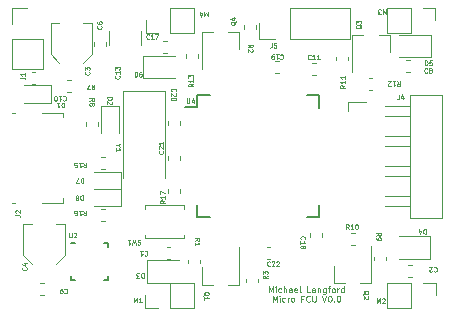
<source format=gbr>
G04 #@! TF.GenerationSoftware,KiCad,Pcbnew,(5.1.5)-3*
G04 #@! TF.CreationDate,2020-04-17T11:23:33-04:00*
G04 #@! TF.ProjectId,STM32_SMD_Quadcopter,53544d33-325f-4534-9d44-5f5175616463,rev?*
G04 #@! TF.SameCoordinates,PX2daf690PY1aab7d8*
G04 #@! TF.FileFunction,Legend,Top*
G04 #@! TF.FilePolarity,Positive*
%FSLAX46Y46*%
G04 Gerber Fmt 4.6, Leading zero omitted, Abs format (unit mm)*
G04 Created by KiCad (PCBNEW (5.1.5)-3) date 2020-04-17 11:23:33*
%MOMM*%
%LPD*%
G04 APERTURE LIST*
%ADD10C,0.031750*%
%ADD11C,0.120000*%
%ADD12C,0.150000*%
%ADD13C,0.050000*%
G04 APERTURE END LIST*
D10*
X21799247Y-24089934D02*
X21799247Y-23581934D01*
X21968580Y-23944791D01*
X22137914Y-23581934D01*
X22137914Y-24089934D01*
X22379819Y-24089934D02*
X22379819Y-23751267D01*
X22379819Y-23581934D02*
X22355628Y-23606125D01*
X22379819Y-23630315D01*
X22404009Y-23606125D01*
X22379819Y-23581934D01*
X22379819Y-23630315D01*
X22839438Y-24065744D02*
X22791057Y-24089934D01*
X22694295Y-24089934D01*
X22645914Y-24065744D01*
X22621723Y-24041553D01*
X22597533Y-23993172D01*
X22597533Y-23848029D01*
X22621723Y-23799648D01*
X22645914Y-23775458D01*
X22694295Y-23751267D01*
X22791057Y-23751267D01*
X22839438Y-23775458D01*
X23057152Y-24089934D02*
X23057152Y-23581934D01*
X23274866Y-24089934D02*
X23274866Y-23823839D01*
X23250676Y-23775458D01*
X23202295Y-23751267D01*
X23129723Y-23751267D01*
X23081342Y-23775458D01*
X23057152Y-23799648D01*
X23734485Y-24089934D02*
X23734485Y-23823839D01*
X23710295Y-23775458D01*
X23661914Y-23751267D01*
X23565152Y-23751267D01*
X23516771Y-23775458D01*
X23734485Y-24065744D02*
X23686104Y-24089934D01*
X23565152Y-24089934D01*
X23516771Y-24065744D01*
X23492580Y-24017363D01*
X23492580Y-23968982D01*
X23516771Y-23920601D01*
X23565152Y-23896410D01*
X23686104Y-23896410D01*
X23734485Y-23872220D01*
X24169914Y-24065744D02*
X24121533Y-24089934D01*
X24024771Y-24089934D01*
X23976390Y-24065744D01*
X23952200Y-24017363D01*
X23952200Y-23823839D01*
X23976390Y-23775458D01*
X24024771Y-23751267D01*
X24121533Y-23751267D01*
X24169914Y-23775458D01*
X24194104Y-23823839D01*
X24194104Y-23872220D01*
X23952200Y-23920601D01*
X24484390Y-24089934D02*
X24436009Y-24065744D01*
X24411819Y-24017363D01*
X24411819Y-23581934D01*
X25306866Y-24089934D02*
X25064961Y-24089934D01*
X25064961Y-23581934D01*
X25693914Y-24089934D02*
X25693914Y-23823839D01*
X25669723Y-23775458D01*
X25621342Y-23751267D01*
X25524580Y-23751267D01*
X25476200Y-23775458D01*
X25693914Y-24065744D02*
X25645533Y-24089934D01*
X25524580Y-24089934D01*
X25476200Y-24065744D01*
X25452009Y-24017363D01*
X25452009Y-23968982D01*
X25476200Y-23920601D01*
X25524580Y-23896410D01*
X25645533Y-23896410D01*
X25693914Y-23872220D01*
X25935819Y-23751267D02*
X25935819Y-24089934D01*
X25935819Y-23799648D02*
X25960009Y-23775458D01*
X26008390Y-23751267D01*
X26080961Y-23751267D01*
X26129342Y-23775458D01*
X26153533Y-23823839D01*
X26153533Y-24089934D01*
X26613152Y-23751267D02*
X26613152Y-24162505D01*
X26588961Y-24210886D01*
X26564771Y-24235077D01*
X26516390Y-24259267D01*
X26443819Y-24259267D01*
X26395438Y-24235077D01*
X26613152Y-24065744D02*
X26564771Y-24089934D01*
X26468009Y-24089934D01*
X26419628Y-24065744D01*
X26395438Y-24041553D01*
X26371247Y-23993172D01*
X26371247Y-23848029D01*
X26395438Y-23799648D01*
X26419628Y-23775458D01*
X26468009Y-23751267D01*
X26564771Y-23751267D01*
X26613152Y-23775458D01*
X26782485Y-23751267D02*
X26976009Y-23751267D01*
X26855057Y-24089934D02*
X26855057Y-23654505D01*
X26879247Y-23606125D01*
X26927628Y-23581934D01*
X26976009Y-23581934D01*
X27217914Y-24089934D02*
X27169533Y-24065744D01*
X27145342Y-24041553D01*
X27121152Y-23993172D01*
X27121152Y-23848029D01*
X27145342Y-23799648D01*
X27169533Y-23775458D01*
X27217914Y-23751267D01*
X27290485Y-23751267D01*
X27338866Y-23775458D01*
X27363057Y-23799648D01*
X27387247Y-23848029D01*
X27387247Y-23993172D01*
X27363057Y-24041553D01*
X27338866Y-24065744D01*
X27290485Y-24089934D01*
X27217914Y-24089934D01*
X27604961Y-24089934D02*
X27604961Y-23751267D01*
X27604961Y-23848029D02*
X27629152Y-23799648D01*
X27653342Y-23775458D01*
X27701723Y-23751267D01*
X27750104Y-23751267D01*
X28137152Y-24089934D02*
X28137152Y-23581934D01*
X28137152Y-24065744D02*
X28088771Y-24089934D01*
X27992009Y-24089934D01*
X27943628Y-24065744D01*
X27919438Y-24041553D01*
X27895247Y-23993172D01*
X27895247Y-23848029D01*
X27919438Y-23799648D01*
X27943628Y-23775458D01*
X27992009Y-23751267D01*
X28088771Y-23751267D01*
X28137152Y-23775458D01*
X22125819Y-24883684D02*
X22125819Y-24375684D01*
X22295152Y-24738541D01*
X22464485Y-24375684D01*
X22464485Y-24883684D01*
X22706390Y-24883684D02*
X22706390Y-24545017D01*
X22706390Y-24375684D02*
X22682200Y-24399875D01*
X22706390Y-24424065D01*
X22730580Y-24399875D01*
X22706390Y-24375684D01*
X22706390Y-24424065D01*
X23166009Y-24859494D02*
X23117628Y-24883684D01*
X23020866Y-24883684D01*
X22972485Y-24859494D01*
X22948295Y-24835303D01*
X22924104Y-24786922D01*
X22924104Y-24641779D01*
X22948295Y-24593398D01*
X22972485Y-24569208D01*
X23020866Y-24545017D01*
X23117628Y-24545017D01*
X23166009Y-24569208D01*
X23383723Y-24883684D02*
X23383723Y-24545017D01*
X23383723Y-24641779D02*
X23407914Y-24593398D01*
X23432104Y-24569208D01*
X23480485Y-24545017D01*
X23528866Y-24545017D01*
X23770771Y-24883684D02*
X23722390Y-24859494D01*
X23698200Y-24835303D01*
X23674009Y-24786922D01*
X23674009Y-24641779D01*
X23698200Y-24593398D01*
X23722390Y-24569208D01*
X23770771Y-24545017D01*
X23843342Y-24545017D01*
X23891723Y-24569208D01*
X23915914Y-24593398D01*
X23940104Y-24641779D01*
X23940104Y-24786922D01*
X23915914Y-24835303D01*
X23891723Y-24859494D01*
X23843342Y-24883684D01*
X23770771Y-24883684D01*
X24714200Y-24617589D02*
X24544866Y-24617589D01*
X24544866Y-24883684D02*
X24544866Y-24375684D01*
X24786771Y-24375684D01*
X25270580Y-24835303D02*
X25246390Y-24859494D01*
X25173819Y-24883684D01*
X25125438Y-24883684D01*
X25052866Y-24859494D01*
X25004485Y-24811113D01*
X24980295Y-24762732D01*
X24956104Y-24665970D01*
X24956104Y-24593398D01*
X24980295Y-24496636D01*
X25004485Y-24448255D01*
X25052866Y-24399875D01*
X25125438Y-24375684D01*
X25173819Y-24375684D01*
X25246390Y-24399875D01*
X25270580Y-24424065D01*
X25488295Y-24375684D02*
X25488295Y-24786922D01*
X25512485Y-24835303D01*
X25536676Y-24859494D01*
X25585057Y-24883684D01*
X25681819Y-24883684D01*
X25730200Y-24859494D01*
X25754390Y-24835303D01*
X25778580Y-24786922D01*
X25778580Y-24375684D01*
X26334961Y-24375684D02*
X26504295Y-24883684D01*
X26673628Y-24375684D01*
X26939723Y-24375684D02*
X26988104Y-24375684D01*
X27036485Y-24399875D01*
X27060676Y-24424065D01*
X27084866Y-24472446D01*
X27109057Y-24569208D01*
X27109057Y-24690160D01*
X27084866Y-24786922D01*
X27060676Y-24835303D01*
X27036485Y-24859494D01*
X26988104Y-24883684D01*
X26939723Y-24883684D01*
X26891342Y-24859494D01*
X26867152Y-24835303D01*
X26842961Y-24786922D01*
X26818771Y-24690160D01*
X26818771Y-24569208D01*
X26842961Y-24472446D01*
X26867152Y-24424065D01*
X26891342Y-24399875D01*
X26939723Y-24375684D01*
X27326771Y-24835303D02*
X27350961Y-24859494D01*
X27326771Y-24883684D01*
X27302580Y-24859494D01*
X27326771Y-24835303D01*
X27326771Y-24883684D01*
X27665438Y-24375684D02*
X27713819Y-24375684D01*
X27762200Y-24399875D01*
X27786390Y-24424065D01*
X27810580Y-24472446D01*
X27834771Y-24569208D01*
X27834771Y-24690160D01*
X27810580Y-24786922D01*
X27786390Y-24835303D01*
X27762200Y-24859494D01*
X27713819Y-24883684D01*
X27665438Y-24883684D01*
X27617057Y-24859494D01*
X27592866Y-24835303D01*
X27568676Y-24786922D01*
X27544485Y-24690160D01*
X27544485Y-24569208D01*
X27568676Y-24472446D01*
X27592866Y-24424065D01*
X27617057Y-24399875D01*
X27665438Y-24375684D01*
D11*
X28490400Y-7943000D02*
X30060400Y-7943000D01*
X28490400Y-8763000D02*
X28490400Y-7943000D01*
X31630400Y-16823000D02*
X33740400Y-16823000D01*
X31630400Y-15943000D02*
X33740400Y-15943000D01*
X31630400Y-14283000D02*
X33740400Y-14283000D01*
X31630400Y-13403000D02*
X33740400Y-13403000D01*
X31630400Y-11743000D02*
X33740400Y-11743000D01*
X31630400Y-10863000D02*
X33740400Y-10863000D01*
X31630400Y-9203000D02*
X33740400Y-9203000D01*
X31630400Y-8323000D02*
X33740400Y-8323000D01*
X33740400Y-17773000D02*
X33740400Y-7373000D01*
X36480400Y-17773000D02*
X33740400Y-17773000D01*
X36480400Y-7373000D02*
X36480400Y-17773000D01*
X33740400Y-7373000D02*
X36480400Y-7373000D01*
X2402621Y-23289800D02*
X2728179Y-23289800D01*
X2402621Y-24309800D02*
X2728179Y-24309800D01*
X13026800Y-14384000D02*
X13026800Y-7059000D01*
X13026800Y-7059000D02*
X9426800Y-7059000D01*
X9426800Y-7059000D02*
X9426800Y-14384000D01*
X16200Y-5216200D02*
X2676200Y-5216200D01*
X16200Y-2616200D02*
X16200Y-5216200D01*
X2676200Y-2616200D02*
X2676200Y-5216200D01*
X16200Y-2616200D02*
X2676200Y-2616200D01*
X16200Y-1346200D02*
X16200Y-16200D01*
X16200Y-16200D02*
X1346200Y-16200D01*
X54300Y-8890000D02*
X314300Y-8890000D01*
X2594300Y-8890000D02*
X4364300Y-8890000D01*
X4364300Y-8890000D02*
X4364300Y-9270000D01*
X4364300Y-16510000D02*
X2594300Y-16510000D01*
X314300Y-16510000D02*
X54300Y-16510000D01*
X4364300Y-16510000D02*
X4364300Y-16130000D01*
X35467000Y-19360000D02*
X32782000Y-19360000D01*
X35467000Y-21280000D02*
X35467000Y-19360000D01*
X32782000Y-21280000D02*
X35467000Y-21280000D01*
X27310000Y-23342000D02*
X28240000Y-23342000D01*
X30470000Y-23342000D02*
X29540000Y-23342000D01*
X30470000Y-23342000D02*
X30470000Y-20182000D01*
X27310000Y-23342000D02*
X27310000Y-21882000D01*
X33766979Y-5463000D02*
X33441421Y-5463000D01*
X33766979Y-4443000D02*
X33441421Y-4443000D01*
X32832800Y-4185800D02*
X35517800Y-4185800D01*
X35517800Y-4185800D02*
X35517800Y-2265800D01*
X35517800Y-2265800D02*
X32832800Y-2265800D01*
D12*
X5020000Y-23087000D02*
X5020000Y-22687000D01*
X5020000Y-23087000D02*
X5420000Y-23087000D01*
X8220000Y-23087000D02*
X8220000Y-22687000D01*
X8220000Y-23087000D02*
X7820000Y-23087000D01*
X8220000Y-19887000D02*
X8220000Y-20287000D01*
X8220000Y-19887000D02*
X7820000Y-19887000D01*
X5020000Y-19887000D02*
X5420000Y-19887000D01*
D11*
X26316400Y-19390579D02*
X26316400Y-19065021D01*
X25296400Y-19390579D02*
X25296400Y-19065021D01*
X21930679Y-21236400D02*
X21605121Y-21236400D01*
X21930679Y-20216400D02*
X21605121Y-20216400D01*
D12*
X15729200Y-7398000D02*
X15729200Y-8398000D01*
X26079200Y-7398000D02*
X26079200Y-8473000D01*
X26079200Y-17748000D02*
X26079200Y-16673000D01*
X15729200Y-17748000D02*
X15729200Y-16673000D01*
X15729200Y-7398000D02*
X16804200Y-7398000D01*
X15729200Y-17748000D02*
X16804200Y-17748000D01*
X26079200Y-17748000D02*
X25004200Y-17748000D01*
X26079200Y-7398000D02*
X25004200Y-7398000D01*
X15729200Y-8398000D02*
X14704200Y-8398000D01*
D11*
X11167400Y-5989200D02*
X13852400Y-5989200D01*
X11167400Y-4069200D02*
X11167400Y-5989200D01*
X13852400Y-4069200D02*
X11167400Y-4069200D01*
X6983000Y-3236279D02*
X6983000Y-2910721D01*
X8003000Y-3236279D02*
X8003000Y-2910721D01*
X1079600Y-8050200D02*
X3364600Y-8050200D01*
X3364600Y-8050200D02*
X3364600Y-6580200D01*
X3364600Y-6580200D02*
X1079600Y-6580200D01*
X7621600Y-8344700D02*
X7621600Y-10629700D01*
X9091600Y-8344700D02*
X7621600Y-8344700D01*
X9091600Y-10629700D02*
X9091600Y-8344700D01*
X14182600Y-21366600D02*
X11497600Y-21366600D01*
X11497600Y-21366600D02*
X11497600Y-23286600D01*
X11497600Y-23286600D02*
X14182600Y-23286600D01*
X9270000Y-13870000D02*
X6985000Y-13870000D01*
X9270000Y-15340000D02*
X9270000Y-13870000D01*
X6985000Y-15340000D02*
X9270000Y-15340000D01*
X6985000Y-16800500D02*
X9270000Y-16800500D01*
X9270000Y-16800500D02*
X9270000Y-15330500D01*
X9270000Y-15330500D02*
X6985000Y-15330500D01*
X15475889Y-25400102D02*
X15475889Y-23280102D01*
X13415889Y-25400102D02*
X15475889Y-25400102D01*
X13415889Y-23280102D02*
X15475889Y-23280102D01*
X13415889Y-25400102D02*
X13415889Y-23280102D01*
X12415889Y-25400102D02*
X11355889Y-25400102D01*
X11355889Y-25400102D02*
X11355889Y-24340102D01*
X35931603Y-23267684D02*
X35931603Y-24327684D01*
X34871603Y-23267684D02*
X35931603Y-23267684D01*
X33871603Y-23267684D02*
X33871603Y-25387684D01*
X33871603Y-25387684D02*
X31811603Y-25387684D01*
X33871603Y-23267684D02*
X31811603Y-23267684D01*
X31811603Y-23267684D02*
X31811603Y-25387684D01*
X31788800Y-6800D02*
X31788800Y-2126800D01*
X33848800Y-6800D02*
X31788800Y-6800D01*
X33848800Y-2126800D02*
X31788800Y-2126800D01*
X33848800Y-6800D02*
X33848800Y-2126800D01*
X34848800Y-6800D02*
X35908800Y-6800D01*
X35908800Y-6800D02*
X35908800Y-1066800D01*
X11386000Y-2126800D02*
X11386000Y-1066800D01*
X12446000Y-2126800D02*
X11386000Y-2126800D01*
X13446000Y-2126800D02*
X13446000Y-6800D01*
X13446000Y-6800D02*
X15506000Y-6800D01*
X13446000Y-2126800D02*
X15506000Y-2126800D01*
X15506000Y-2126800D02*
X15506000Y-6800D01*
X16113600Y-23443600D02*
X16113600Y-21983600D01*
X19273600Y-23443600D02*
X19273600Y-20283600D01*
X19273600Y-23443600D02*
X18343600Y-23443600D01*
X16113600Y-23443600D02*
X17043600Y-23443600D01*
X32034600Y-2289400D02*
X31104600Y-2289400D01*
X28874600Y-2289400D02*
X29804600Y-2289400D01*
X28874600Y-2289400D02*
X28874600Y-5449400D01*
X32034600Y-2289400D02*
X32034600Y-3749400D01*
X19268600Y-2032600D02*
X19268600Y-3492600D01*
X16108600Y-2032600D02*
X16108600Y-5192600D01*
X16108600Y-2032600D02*
X17038600Y-2032600D01*
X19268600Y-2032600D02*
X18338600Y-2032600D01*
X15953200Y-21325621D02*
X15953200Y-21651179D01*
X14933200Y-21325621D02*
X14933200Y-21651179D01*
X20880800Y-23251379D02*
X20880800Y-22925821D01*
X19860800Y-23251379D02*
X19860800Y-22925821D01*
X5064879Y-6094000D02*
X4739321Y-6094000D01*
X5064879Y-7114000D02*
X4739321Y-7114000D01*
X7342600Y-9692321D02*
X7342600Y-10017879D01*
X6322600Y-9692321D02*
X6322600Y-10017879D01*
X31752000Y-21071721D02*
X31752000Y-21397279D01*
X30732000Y-21071721D02*
X30732000Y-21397279D01*
X28767721Y-20068000D02*
X29093279Y-20068000D01*
X28767721Y-19048000D02*
X29093279Y-19048000D01*
X28475400Y-4455379D02*
X28475400Y-4129821D01*
X27455400Y-4455379D02*
X27455400Y-4129821D01*
X30566679Y-6961600D02*
X30241121Y-6961600D01*
X30566679Y-5941600D02*
X30241121Y-5941600D01*
X15775400Y-4226779D02*
X15775400Y-3901221D01*
X14755400Y-4226779D02*
X14755400Y-3901221D01*
X7947879Y-12634500D02*
X7622321Y-12634500D01*
X7947879Y-13654500D02*
X7622321Y-13654500D01*
X7947879Y-18036000D02*
X7622321Y-18036000D01*
X7947879Y-17016000D02*
X7622321Y-17016000D01*
X13231400Y-15682079D02*
X13231400Y-15356521D01*
X14251400Y-15682079D02*
X14251400Y-15356521D01*
X11302200Y-19210200D02*
X11302200Y-19510200D01*
X11302200Y-19510200D02*
X14602200Y-19510200D01*
X14602200Y-19510200D02*
X14602200Y-19210200D01*
X11302200Y-17010200D02*
X11302200Y-16710200D01*
X11302200Y-16710200D02*
X14602200Y-16710200D01*
X14602200Y-16710200D02*
X14602200Y-17010200D01*
X8292000Y-3145064D02*
X8292000Y-1940936D01*
X11012000Y-3145064D02*
X11012000Y-1940936D01*
X13146921Y-20241800D02*
X13472479Y-20241800D01*
X13146921Y-21261800D02*
X13472479Y-21261800D01*
X33944879Y-22785800D02*
X33619321Y-22785800D01*
X33944879Y-21765800D02*
X33619321Y-21765800D01*
X6840000Y-1317600D02*
X6090000Y-1317600D01*
X3320000Y-1317600D02*
X4070000Y-1317600D01*
X3320000Y-3948163D02*
X3320000Y-1317600D01*
X6840000Y-3948163D02*
X6840000Y-1317600D01*
X4070000Y-4698163D02*
X3320000Y-3948163D01*
X6090000Y-4698163D02*
X6840000Y-3948163D01*
X3778600Y-21665363D02*
X4528600Y-20915363D01*
X1758600Y-21665363D02*
X1008600Y-20915363D01*
X4528600Y-20915363D02*
X4528600Y-18284800D01*
X1008600Y-20915363D02*
X1008600Y-18284800D01*
X1008600Y-18284800D02*
X1758600Y-18284800D01*
X4528600Y-18284800D02*
X3778600Y-18284800D01*
X2042379Y-6428200D02*
X1716821Y-6428200D01*
X2042379Y-5408200D02*
X1716821Y-5408200D01*
X25465921Y-5666200D02*
X25791479Y-5666200D01*
X25465921Y-4646200D02*
X25791479Y-4646200D01*
X12842121Y-2792000D02*
X13167679Y-2792000D01*
X12842121Y-3812000D02*
X13167679Y-3812000D01*
X22667179Y-4519200D02*
X22341621Y-4519200D01*
X22667179Y-5539200D02*
X22341621Y-5539200D01*
X13256800Y-9590721D02*
X13256800Y-9916279D01*
X14276800Y-9590721D02*
X14276800Y-9916279D01*
X13256800Y-12862779D02*
X13256800Y-12537221D01*
X14276800Y-12862779D02*
X14276800Y-12537221D01*
X28711200Y-2650800D02*
X28711200Y9200D01*
X23571200Y-2650800D02*
X28711200Y-2650800D01*
X23571200Y9200D02*
X28711200Y9200D01*
X23571200Y-2650800D02*
X23571200Y9200D01*
X22301200Y-2650800D02*
X20971200Y-2650800D01*
X20971200Y-2650800D02*
X20971200Y-1320800D01*
X20703000Y-1488221D02*
X20703000Y-1813779D01*
X19683000Y-1488221D02*
X19683000Y-1813779D01*
D13*
X32813006Y-7347612D02*
X32813006Y-7633326D01*
X32793959Y-7690469D01*
X32755863Y-7728564D01*
X32698720Y-7747612D01*
X32660625Y-7747612D01*
X33174911Y-7480945D02*
X33174911Y-7747612D01*
X33079673Y-7328564D02*
X32984435Y-7614279D01*
X33232054Y-7614279D01*
X4491346Y-23816962D02*
X4510394Y-23797915D01*
X4567537Y-23778867D01*
X4605632Y-23778867D01*
X4662775Y-23797915D01*
X4700870Y-23836010D01*
X4719918Y-23874105D01*
X4738965Y-23950296D01*
X4738965Y-24007439D01*
X4719918Y-24083629D01*
X4700870Y-24121724D01*
X4662775Y-24159820D01*
X4605632Y-24178867D01*
X4567537Y-24178867D01*
X4510394Y-24159820D01*
X4491346Y-24140772D01*
X4300870Y-23778867D02*
X4224680Y-23778867D01*
X4186584Y-23797915D01*
X4167537Y-23816962D01*
X4129441Y-23874105D01*
X4110394Y-23950296D01*
X4110394Y-24102677D01*
X4129441Y-24140772D01*
X4148489Y-24159820D01*
X4186584Y-24178867D01*
X4262775Y-24178867D01*
X4300870Y-24159820D01*
X4319918Y-24140772D01*
X4338965Y-24102677D01*
X4338965Y-24007439D01*
X4319918Y-23969343D01*
X4300870Y-23950296D01*
X4262775Y-23931248D01*
X4186584Y-23931248D01*
X4148489Y-23950296D01*
X4129441Y-23969343D01*
X4110394Y-24007439D01*
X9026523Y-11645923D02*
X8836047Y-11645923D01*
X9236047Y-11512590D02*
X9026523Y-11645923D01*
X9236047Y-11779257D01*
X8836047Y-12122114D02*
X8836047Y-11893542D01*
X8836047Y-12007828D02*
X9236047Y-12007828D01*
X9178904Y-11969733D01*
X9140809Y-11931638D01*
X9121761Y-11893542D01*
X763932Y-5921993D02*
X1049646Y-5921993D01*
X1106789Y-5941040D01*
X1144884Y-5979136D01*
X1163932Y-6036279D01*
X1163932Y-6074374D01*
X1163932Y-5521993D02*
X1163932Y-5750564D01*
X1163932Y-5636279D02*
X763932Y-5636279D01*
X821075Y-5674374D01*
X859170Y-5712469D01*
X878218Y-5750564D01*
X347372Y-17534873D02*
X633086Y-17534873D01*
X690229Y-17553920D01*
X728324Y-17592016D01*
X747372Y-17649159D01*
X747372Y-17687254D01*
X385467Y-17363444D02*
X366420Y-17344397D01*
X347372Y-17306301D01*
X347372Y-17211063D01*
X366420Y-17172968D01*
X385467Y-17153920D01*
X423562Y-17134873D01*
X461658Y-17134873D01*
X518800Y-17153920D01*
X747372Y-17382492D01*
X747372Y-17134873D01*
X35105938Y-18726807D02*
X35105938Y-19126807D01*
X35010700Y-19126807D01*
X34953557Y-19107760D01*
X34915461Y-19069664D01*
X34896414Y-19031569D01*
X34877366Y-18955379D01*
X34877366Y-18898236D01*
X34896414Y-18822045D01*
X34915461Y-18783950D01*
X34953557Y-18745855D01*
X35010700Y-18726807D01*
X35105938Y-18726807D01*
X34534509Y-18993474D02*
X34534509Y-18726807D01*
X34629747Y-19145855D02*
X34724985Y-18860140D01*
X34477366Y-18860140D01*
X29793592Y-24279864D02*
X29812640Y-24241769D01*
X29850735Y-24203674D01*
X29907878Y-24146531D01*
X29926925Y-24108436D01*
X29926925Y-24070340D01*
X29831687Y-24089388D02*
X29850735Y-24051293D01*
X29888830Y-24013198D01*
X29965020Y-23994150D01*
X30098354Y-23994150D01*
X30174544Y-24013198D01*
X30212640Y-24051293D01*
X30231687Y-24089388D01*
X30231687Y-24165579D01*
X30212640Y-24203674D01*
X30174544Y-24241769D01*
X30098354Y-24260817D01*
X29965020Y-24260817D01*
X29888830Y-24241769D01*
X29850735Y-24203674D01*
X29831687Y-24165579D01*
X29831687Y-24089388D01*
X30193592Y-24413198D02*
X30212640Y-24432245D01*
X30231687Y-24470340D01*
X30231687Y-24565579D01*
X30212640Y-24603674D01*
X30193592Y-24622721D01*
X30155497Y-24641769D01*
X30117401Y-24641769D01*
X30060259Y-24622721D01*
X29831687Y-24394150D01*
X29831687Y-24641769D01*
X35213933Y-5474317D02*
X35194885Y-5493364D01*
X35137742Y-5512412D01*
X35099647Y-5512412D01*
X35042504Y-5493364D01*
X35004409Y-5455269D01*
X34985361Y-5417174D01*
X34966314Y-5340983D01*
X34966314Y-5283840D01*
X34985361Y-5207650D01*
X35004409Y-5169555D01*
X35042504Y-5131460D01*
X35099647Y-5112412D01*
X35137742Y-5112412D01*
X35194885Y-5131460D01*
X35213933Y-5150507D01*
X35442504Y-5283840D02*
X35404409Y-5264793D01*
X35385361Y-5245745D01*
X35366314Y-5207650D01*
X35366314Y-5188602D01*
X35385361Y-5150507D01*
X35404409Y-5131460D01*
X35442504Y-5112412D01*
X35518695Y-5112412D01*
X35556790Y-5131460D01*
X35575838Y-5150507D01*
X35594885Y-5188602D01*
X35594885Y-5207650D01*
X35575838Y-5245745D01*
X35556790Y-5264793D01*
X35518695Y-5283840D01*
X35442504Y-5283840D01*
X35404409Y-5302888D01*
X35385361Y-5321936D01*
X35366314Y-5360031D01*
X35366314Y-5436221D01*
X35385361Y-5474317D01*
X35404409Y-5493364D01*
X35442504Y-5512412D01*
X35518695Y-5512412D01*
X35556790Y-5493364D01*
X35575838Y-5474317D01*
X35594885Y-5436221D01*
X35594885Y-5360031D01*
X35575838Y-5321936D01*
X35556790Y-5302888D01*
X35518695Y-5283840D01*
X35023461Y-4864712D02*
X35023461Y-4464712D01*
X35118700Y-4464712D01*
X35175842Y-4483760D01*
X35213938Y-4521855D01*
X35232985Y-4559950D01*
X35252033Y-4636140D01*
X35252033Y-4693283D01*
X35232985Y-4769474D01*
X35213938Y-4807569D01*
X35175842Y-4845664D01*
X35118700Y-4864712D01*
X35023461Y-4864712D01*
X35613938Y-4464712D02*
X35423461Y-4464712D01*
X35404414Y-4655188D01*
X35423461Y-4636140D01*
X35461557Y-4617093D01*
X35556795Y-4617093D01*
X35594890Y-4636140D01*
X35613938Y-4655188D01*
X35632985Y-4693283D01*
X35632985Y-4788521D01*
X35613938Y-4826617D01*
X35594890Y-4845664D01*
X35556795Y-4864712D01*
X35461557Y-4864712D01*
X35423461Y-4845664D01*
X35404414Y-4826617D01*
X4886998Y-19039232D02*
X4886998Y-19363041D01*
X4906045Y-19401137D01*
X4925093Y-19420184D01*
X4963188Y-19439232D01*
X5039379Y-19439232D01*
X5077474Y-19420184D01*
X5096521Y-19401137D01*
X5115569Y-19363041D01*
X5115569Y-19039232D01*
X5286998Y-19077327D02*
X5306045Y-19058280D01*
X5344140Y-19039232D01*
X5439379Y-19039232D01*
X5477474Y-19058280D01*
X5496521Y-19077327D01*
X5515569Y-19115422D01*
X5515569Y-19153518D01*
X5496521Y-19210660D01*
X5267950Y-19439232D01*
X5515569Y-19439232D01*
X24505302Y-19613277D02*
X24486255Y-19594229D01*
X24467207Y-19537086D01*
X24467207Y-19498991D01*
X24486255Y-19441848D01*
X24524350Y-19403753D01*
X24562445Y-19384705D01*
X24638636Y-19365658D01*
X24695779Y-19365658D01*
X24771969Y-19384705D01*
X24810064Y-19403753D01*
X24848160Y-19441848D01*
X24867207Y-19498991D01*
X24867207Y-19537086D01*
X24848160Y-19594229D01*
X24829112Y-19613277D01*
X24467207Y-19994229D02*
X24467207Y-19765658D01*
X24467207Y-19879943D02*
X24867207Y-19879943D01*
X24810064Y-19841848D01*
X24771969Y-19803753D01*
X24752921Y-19765658D01*
X24695779Y-20222800D02*
X24714826Y-20184705D01*
X24733874Y-20165658D01*
X24771969Y-20146610D01*
X24791017Y-20146610D01*
X24829112Y-20165658D01*
X24848160Y-20184705D01*
X24867207Y-20222800D01*
X24867207Y-20298991D01*
X24848160Y-20337086D01*
X24829112Y-20356134D01*
X24791017Y-20375181D01*
X24771969Y-20375181D01*
X24733874Y-20356134D01*
X24714826Y-20337086D01*
X24695779Y-20298991D01*
X24695779Y-20222800D01*
X24676731Y-20184705D01*
X24657683Y-20165658D01*
X24619588Y-20146610D01*
X24543398Y-20146610D01*
X24505302Y-20165658D01*
X24486255Y-20184705D01*
X24467207Y-20222800D01*
X24467207Y-20298991D01*
X24486255Y-20337086D01*
X24505302Y-20356134D01*
X24543398Y-20375181D01*
X24619588Y-20375181D01*
X24657683Y-20356134D01*
X24676731Y-20337086D01*
X24695779Y-20298991D01*
X21899277Y-21829377D02*
X21880229Y-21848424D01*
X21823086Y-21867472D01*
X21784991Y-21867472D01*
X21727848Y-21848424D01*
X21689753Y-21810329D01*
X21670705Y-21772234D01*
X21651658Y-21696043D01*
X21651658Y-21638900D01*
X21670705Y-21562710D01*
X21689753Y-21524615D01*
X21727848Y-21486520D01*
X21784991Y-21467472D01*
X21823086Y-21467472D01*
X21880229Y-21486520D01*
X21899277Y-21505567D01*
X22051658Y-21505567D02*
X22070705Y-21486520D01*
X22108800Y-21467472D01*
X22204039Y-21467472D01*
X22242134Y-21486520D01*
X22261181Y-21505567D01*
X22280229Y-21543662D01*
X22280229Y-21581758D01*
X22261181Y-21638900D01*
X22032610Y-21867472D01*
X22280229Y-21867472D01*
X22432610Y-21505567D02*
X22451658Y-21486520D01*
X22489753Y-21467472D01*
X22584991Y-21467472D01*
X22623086Y-21486520D01*
X22642134Y-21505567D01*
X22661181Y-21543662D01*
X22661181Y-21581758D01*
X22642134Y-21638900D01*
X22413562Y-21867472D01*
X22661181Y-21867472D01*
X14856498Y-7682892D02*
X14856498Y-8006701D01*
X14875545Y-8044797D01*
X14894593Y-8063844D01*
X14932688Y-8082892D01*
X15008879Y-8082892D01*
X15046974Y-8063844D01*
X15066021Y-8044797D01*
X15085069Y-8006701D01*
X15085069Y-7682892D01*
X15446974Y-7816225D02*
X15446974Y-8082892D01*
X15351736Y-7663844D02*
X15256498Y-7949559D01*
X15504117Y-7949559D01*
X10428641Y-5822292D02*
X10428641Y-5422292D01*
X10523880Y-5422292D01*
X10581022Y-5441340D01*
X10619118Y-5479435D01*
X10638165Y-5517530D01*
X10657213Y-5593720D01*
X10657213Y-5650863D01*
X10638165Y-5727054D01*
X10619118Y-5765149D01*
X10581022Y-5803244D01*
X10523880Y-5822292D01*
X10428641Y-5822292D01*
X11000070Y-5422292D02*
X10923880Y-5422292D01*
X10885784Y-5441340D01*
X10866737Y-5460387D01*
X10828641Y-5517530D01*
X10809594Y-5593720D01*
X10809594Y-5746101D01*
X10828641Y-5784197D01*
X10847689Y-5803244D01*
X10885784Y-5822292D01*
X10961975Y-5822292D01*
X11000070Y-5803244D01*
X11019118Y-5784197D01*
X11038165Y-5746101D01*
X11038165Y-5650863D01*
X11019118Y-5612768D01*
X11000070Y-5593720D01*
X10961975Y-5574673D01*
X10885784Y-5574673D01*
X10847689Y-5593720D01*
X10828641Y-5612768D01*
X10809594Y-5650863D01*
X7607917Y-1539866D02*
X7626964Y-1558914D01*
X7646012Y-1616057D01*
X7646012Y-1654152D01*
X7626964Y-1711295D01*
X7588869Y-1749390D01*
X7550774Y-1768438D01*
X7474583Y-1787485D01*
X7417440Y-1787485D01*
X7341250Y-1768438D01*
X7303155Y-1749390D01*
X7265060Y-1711295D01*
X7246012Y-1654152D01*
X7246012Y-1616057D01*
X7265060Y-1558914D01*
X7284107Y-1539866D01*
X7246012Y-1197009D02*
X7246012Y-1273200D01*
X7265060Y-1311295D01*
X7284107Y-1330342D01*
X7341250Y-1368438D01*
X7417440Y-1387485D01*
X7569821Y-1387485D01*
X7607917Y-1368438D01*
X7626964Y-1349390D01*
X7646012Y-1311295D01*
X7646012Y-1235104D01*
X7626964Y-1197009D01*
X7607917Y-1177961D01*
X7569821Y-1158914D01*
X7474583Y-1158914D01*
X7436488Y-1177961D01*
X7417440Y-1197009D01*
X7398393Y-1235104D01*
X7398393Y-1311295D01*
X7417440Y-1349390D01*
X7436488Y-1368438D01*
X7474583Y-1387485D01*
X4458298Y-8028327D02*
X4458298Y-8428327D01*
X4363060Y-8428327D01*
X4305917Y-8409280D01*
X4267821Y-8371184D01*
X4248774Y-8333089D01*
X4229726Y-8256899D01*
X4229726Y-8199756D01*
X4248774Y-8123565D01*
X4267821Y-8085470D01*
X4305917Y-8047375D01*
X4363060Y-8028327D01*
X4458298Y-8028327D01*
X3848774Y-8028327D02*
X4077345Y-8028327D01*
X3963060Y-8028327D02*
X3963060Y-8428327D01*
X4001155Y-8371184D01*
X4039250Y-8333089D01*
X4077345Y-8314041D01*
X8129927Y-7560981D02*
X8529927Y-7560981D01*
X8529927Y-7656220D01*
X8510880Y-7713362D01*
X8472784Y-7751458D01*
X8434689Y-7770505D01*
X8358499Y-7789553D01*
X8301356Y-7789553D01*
X8225165Y-7770505D01*
X8187070Y-7751458D01*
X8148975Y-7713362D01*
X8129927Y-7656220D01*
X8129927Y-7560981D01*
X8491832Y-7941934D02*
X8510880Y-7960981D01*
X8529927Y-7999077D01*
X8529927Y-8094315D01*
X8510880Y-8132410D01*
X8491832Y-8151458D01*
X8453737Y-8170505D01*
X8415641Y-8170505D01*
X8358499Y-8151458D01*
X8129927Y-7922886D01*
X8129927Y-8170505D01*
X11194378Y-22455527D02*
X11194378Y-22855527D01*
X11099140Y-22855527D01*
X11041997Y-22836480D01*
X11003901Y-22798384D01*
X10984854Y-22760289D01*
X10965806Y-22684099D01*
X10965806Y-22626956D01*
X10984854Y-22550765D01*
X11003901Y-22512670D01*
X11041997Y-22474575D01*
X11099140Y-22455527D01*
X11194378Y-22455527D01*
X10832473Y-22855527D02*
X10584854Y-22855527D01*
X10718187Y-22703146D01*
X10661044Y-22703146D01*
X10622949Y-22684099D01*
X10603901Y-22665051D01*
X10584854Y-22626956D01*
X10584854Y-22531718D01*
X10603901Y-22493622D01*
X10622949Y-22474575D01*
X10661044Y-22455527D01*
X10775330Y-22455527D01*
X10813425Y-22474575D01*
X10832473Y-22493622D01*
X6096598Y-14416427D02*
X6096598Y-14816427D01*
X6001360Y-14816427D01*
X5944217Y-14797380D01*
X5906121Y-14759284D01*
X5887074Y-14721189D01*
X5868026Y-14644999D01*
X5868026Y-14587856D01*
X5887074Y-14511665D01*
X5906121Y-14473570D01*
X5944217Y-14435475D01*
X6001360Y-14416427D01*
X6096598Y-14416427D01*
X5734693Y-14816427D02*
X5468026Y-14816427D01*
X5639455Y-14416427D01*
X6053418Y-15879467D02*
X6053418Y-16279467D01*
X5958180Y-16279467D01*
X5901037Y-16260420D01*
X5862941Y-16222324D01*
X5843894Y-16184229D01*
X5824846Y-16108039D01*
X5824846Y-16050896D01*
X5843894Y-15974705D01*
X5862941Y-15936610D01*
X5901037Y-15898515D01*
X5958180Y-15879467D01*
X6053418Y-15879467D01*
X5596275Y-16108039D02*
X5634370Y-16127086D01*
X5653418Y-16146134D01*
X5672465Y-16184229D01*
X5672465Y-16203277D01*
X5653418Y-16241372D01*
X5634370Y-16260420D01*
X5596275Y-16279467D01*
X5520084Y-16279467D01*
X5481989Y-16260420D01*
X5462941Y-16241372D01*
X5443894Y-16203277D01*
X5443894Y-16184229D01*
X5462941Y-16146134D01*
X5481989Y-16127086D01*
X5520084Y-16108039D01*
X5596275Y-16108039D01*
X5634370Y-16088991D01*
X5653418Y-16069943D01*
X5672465Y-16031848D01*
X5672465Y-15955658D01*
X5653418Y-15917562D01*
X5634370Y-15898515D01*
X5596275Y-15879467D01*
X5520084Y-15879467D01*
X5481989Y-15898515D01*
X5462941Y-15917562D01*
X5443894Y-15955658D01*
X5443894Y-16031848D01*
X5462941Y-16069943D01*
X5481989Y-16088991D01*
X5520084Y-16108039D01*
X10356890Y-24943412D02*
X10356890Y-24543412D01*
X10490223Y-24829126D01*
X10623557Y-24543412D01*
X10623557Y-24943412D01*
X11023557Y-24943412D02*
X10794985Y-24943412D01*
X10909271Y-24943412D02*
X10909271Y-24543412D01*
X10871176Y-24600555D01*
X10833080Y-24638650D01*
X10794985Y-24657698D01*
X30935970Y-25017072D02*
X30935970Y-24617072D01*
X31069303Y-24902786D01*
X31202637Y-24617072D01*
X31202637Y-25017072D01*
X31374065Y-24655167D02*
X31393113Y-24636120D01*
X31431208Y-24617072D01*
X31526446Y-24617072D01*
X31564541Y-24636120D01*
X31583589Y-24655167D01*
X31602637Y-24693262D01*
X31602637Y-24731358D01*
X31583589Y-24788500D01*
X31355018Y-25017072D01*
X31602637Y-25017072D01*
X31700429Y-141627D02*
X31700429Y-541627D01*
X31567096Y-255913D01*
X31433762Y-541627D01*
X31433762Y-141627D01*
X31281381Y-541627D02*
X31033762Y-541627D01*
X31167096Y-389246D01*
X31109953Y-389246D01*
X31071858Y-370199D01*
X31052810Y-351151D01*
X31033762Y-313056D01*
X31033762Y-217818D01*
X31052810Y-179722D01*
X31071858Y-160675D01*
X31109953Y-141627D01*
X31224239Y-141627D01*
X31262334Y-160675D01*
X31281381Y-179722D01*
X16620449Y-329587D02*
X16620449Y-729587D01*
X16487116Y-443873D01*
X16353782Y-729587D01*
X16353782Y-329587D01*
X15991878Y-596254D02*
X15991878Y-329587D01*
X16087116Y-748635D02*
X16182354Y-462920D01*
X15934735Y-462920D01*
X16268092Y-24368764D02*
X16287140Y-24330669D01*
X16325235Y-24292574D01*
X16382378Y-24235431D01*
X16401425Y-24197336D01*
X16401425Y-24159240D01*
X16306187Y-24178288D02*
X16325235Y-24140193D01*
X16363330Y-24102098D01*
X16439520Y-24083050D01*
X16572854Y-24083050D01*
X16649044Y-24102098D01*
X16687140Y-24140193D01*
X16706187Y-24178288D01*
X16706187Y-24254479D01*
X16687140Y-24292574D01*
X16649044Y-24330669D01*
X16572854Y-24349717D01*
X16439520Y-24349717D01*
X16363330Y-24330669D01*
X16325235Y-24292574D01*
X16306187Y-24254479D01*
X16306187Y-24178288D01*
X16306187Y-24730669D02*
X16306187Y-24502098D01*
X16306187Y-24616383D02*
X16706187Y-24616383D01*
X16649044Y-24578288D01*
X16610949Y-24540193D01*
X16591901Y-24502098D01*
X29637327Y-1450335D02*
X29618280Y-1488430D01*
X29580184Y-1526525D01*
X29523041Y-1583668D01*
X29503994Y-1621763D01*
X29503994Y-1659859D01*
X29599232Y-1640811D02*
X29580184Y-1678906D01*
X29542089Y-1717001D01*
X29465899Y-1736049D01*
X29332565Y-1736049D01*
X29256375Y-1717001D01*
X29218280Y-1678906D01*
X29199232Y-1640811D01*
X29199232Y-1564620D01*
X29218280Y-1526525D01*
X29256375Y-1488430D01*
X29332565Y-1469382D01*
X29465899Y-1469382D01*
X29542089Y-1488430D01*
X29580184Y-1526525D01*
X29599232Y-1564620D01*
X29599232Y-1640811D01*
X29199232Y-1336049D02*
X29199232Y-1088430D01*
X29351613Y-1221763D01*
X29351613Y-1164620D01*
X29370660Y-1126525D01*
X29389708Y-1107478D01*
X29427803Y-1088430D01*
X29523041Y-1088430D01*
X29561137Y-1107478D01*
X29580184Y-1126525D01*
X29599232Y-1164620D01*
X29599232Y-1278906D01*
X29580184Y-1317001D01*
X29561137Y-1336049D01*
X19012507Y-1150615D02*
X18993460Y-1188710D01*
X18955364Y-1226805D01*
X18898221Y-1283948D01*
X18879174Y-1322043D01*
X18879174Y-1360139D01*
X18974412Y-1341091D02*
X18955364Y-1379186D01*
X18917269Y-1417281D01*
X18841079Y-1436329D01*
X18707745Y-1436329D01*
X18631555Y-1417281D01*
X18593460Y-1379186D01*
X18574412Y-1341091D01*
X18574412Y-1264900D01*
X18593460Y-1226805D01*
X18631555Y-1188710D01*
X18707745Y-1169662D01*
X18841079Y-1169662D01*
X18917269Y-1188710D01*
X18955364Y-1226805D01*
X18974412Y-1264900D01*
X18974412Y-1341091D01*
X18707745Y-826805D02*
X18974412Y-826805D01*
X18555364Y-922043D02*
X18841079Y-1017281D01*
X18841079Y-769662D01*
X15526407Y-19725013D02*
X15716883Y-19591680D01*
X15526407Y-19496441D02*
X15926407Y-19496441D01*
X15926407Y-19648822D01*
X15907360Y-19686918D01*
X15888312Y-19705965D01*
X15850217Y-19725013D01*
X15793074Y-19725013D01*
X15754979Y-19705965D01*
X15735931Y-19686918D01*
X15716883Y-19648822D01*
X15716883Y-19496441D01*
X15526407Y-20105965D02*
X15526407Y-19877394D01*
X15526407Y-19991680D02*
X15926407Y-19991680D01*
X15869264Y-19953584D01*
X15831169Y-19915489D01*
X15812121Y-19877394D01*
X21704912Y-22690446D02*
X21514436Y-22823780D01*
X21704912Y-22919018D02*
X21304912Y-22919018D01*
X21304912Y-22766637D01*
X21323960Y-22728541D01*
X21343007Y-22709494D01*
X21381102Y-22690446D01*
X21438245Y-22690446D01*
X21476340Y-22709494D01*
X21495388Y-22728541D01*
X21514436Y-22766637D01*
X21514436Y-22919018D01*
X21304912Y-22557113D02*
X21304912Y-22309494D01*
X21457293Y-22442827D01*
X21457293Y-22385684D01*
X21476340Y-22347589D01*
X21495388Y-22328541D01*
X21533483Y-22309494D01*
X21628721Y-22309494D01*
X21666817Y-22328541D01*
X21685864Y-22347589D01*
X21704912Y-22385684D01*
X21704912Y-22499970D01*
X21685864Y-22538065D01*
X21666817Y-22557113D01*
X6790046Y-6519567D02*
X6923380Y-6710043D01*
X7018618Y-6519567D02*
X7018618Y-6919567D01*
X6866237Y-6919567D01*
X6828141Y-6900520D01*
X6809094Y-6881472D01*
X6790046Y-6843377D01*
X6790046Y-6786234D01*
X6809094Y-6748139D01*
X6828141Y-6729091D01*
X6866237Y-6710043D01*
X7018618Y-6710043D01*
X6656713Y-6919567D02*
X6390046Y-6919567D01*
X6561475Y-6519567D01*
X6600847Y-7906393D02*
X6791323Y-7773060D01*
X6600847Y-7677821D02*
X7000847Y-7677821D01*
X7000847Y-7830202D01*
X6981800Y-7868298D01*
X6962752Y-7887345D01*
X6924657Y-7906393D01*
X6867514Y-7906393D01*
X6829419Y-7887345D01*
X6810371Y-7868298D01*
X6791323Y-7830202D01*
X6791323Y-7677821D01*
X6829419Y-8134964D02*
X6848466Y-8096869D01*
X6867514Y-8077821D01*
X6905609Y-8058774D01*
X6924657Y-8058774D01*
X6962752Y-8077821D01*
X6981800Y-8096869D01*
X7000847Y-8134964D01*
X7000847Y-8211155D01*
X6981800Y-8249250D01*
X6962752Y-8268298D01*
X6924657Y-8287345D01*
X6905609Y-8287345D01*
X6867514Y-8268298D01*
X6848466Y-8249250D01*
X6829419Y-8211155D01*
X6829419Y-8134964D01*
X6810371Y-8096869D01*
X6791323Y-8077821D01*
X6753228Y-8058774D01*
X6677038Y-8058774D01*
X6638942Y-8077821D01*
X6619895Y-8096869D01*
X6600847Y-8134964D01*
X6600847Y-8211155D01*
X6619895Y-8249250D01*
X6638942Y-8268298D01*
X6677038Y-8287345D01*
X6753228Y-8287345D01*
X6791323Y-8268298D01*
X6810371Y-8249250D01*
X6829419Y-8211155D01*
X30890867Y-19288133D02*
X31081343Y-19154800D01*
X30890867Y-19059561D02*
X31290867Y-19059561D01*
X31290867Y-19211942D01*
X31271820Y-19250038D01*
X31252772Y-19269085D01*
X31214677Y-19288133D01*
X31157534Y-19288133D01*
X31119439Y-19269085D01*
X31100391Y-19250038D01*
X31081343Y-19211942D01*
X31081343Y-19059561D01*
X30890867Y-19478609D02*
X30890867Y-19554800D01*
X30909915Y-19592895D01*
X30928962Y-19611942D01*
X30986105Y-19650038D01*
X31062296Y-19669085D01*
X31214677Y-19669085D01*
X31252772Y-19650038D01*
X31271820Y-19630990D01*
X31290867Y-19592895D01*
X31290867Y-19516704D01*
X31271820Y-19478609D01*
X31252772Y-19459561D01*
X31214677Y-19440514D01*
X31119439Y-19440514D01*
X31081343Y-19459561D01*
X31062296Y-19478609D01*
X31043248Y-19516704D01*
X31043248Y-19592895D01*
X31062296Y-19630990D01*
X31081343Y-19650038D01*
X31119439Y-19669085D01*
X28579477Y-18735652D02*
X28446143Y-18545176D01*
X28350905Y-18735652D02*
X28350905Y-18335652D01*
X28503286Y-18335652D01*
X28541381Y-18354700D01*
X28560429Y-18373747D01*
X28579477Y-18411842D01*
X28579477Y-18468985D01*
X28560429Y-18507080D01*
X28541381Y-18526128D01*
X28503286Y-18545176D01*
X28350905Y-18545176D01*
X28960429Y-18735652D02*
X28731858Y-18735652D01*
X28846143Y-18735652D02*
X28846143Y-18335652D01*
X28808048Y-18392795D01*
X28769953Y-18430890D01*
X28731858Y-18449938D01*
X29208048Y-18335652D02*
X29246143Y-18335652D01*
X29284239Y-18354700D01*
X29303286Y-18373747D01*
X29322334Y-18411842D01*
X29341381Y-18488033D01*
X29341381Y-18583271D01*
X29322334Y-18659461D01*
X29303286Y-18697557D01*
X29284239Y-18716604D01*
X29246143Y-18735652D01*
X29208048Y-18735652D01*
X29169953Y-18716604D01*
X29150905Y-18697557D01*
X29131858Y-18659461D01*
X29112810Y-18583271D01*
X29112810Y-18488033D01*
X29131858Y-18411842D01*
X29150905Y-18373747D01*
X29169953Y-18354700D01*
X29208048Y-18335652D01*
X28245412Y-6548722D02*
X28054936Y-6682056D01*
X28245412Y-6777294D02*
X27845412Y-6777294D01*
X27845412Y-6624913D01*
X27864460Y-6586818D01*
X27883507Y-6567770D01*
X27921602Y-6548722D01*
X27978745Y-6548722D01*
X28016840Y-6567770D01*
X28035888Y-6586818D01*
X28054936Y-6624913D01*
X28054936Y-6777294D01*
X28245412Y-6167770D02*
X28245412Y-6396341D01*
X28245412Y-6282056D02*
X27845412Y-6282056D01*
X27902555Y-6320151D01*
X27940650Y-6358246D01*
X27959698Y-6396341D01*
X28245412Y-5786818D02*
X28245412Y-6015389D01*
X28245412Y-5901103D02*
X27845412Y-5901103D01*
X27902555Y-5939199D01*
X27940650Y-5977294D01*
X27959698Y-6015389D01*
X32654842Y-6230007D02*
X32788176Y-6420483D01*
X32883414Y-6230007D02*
X32883414Y-6630007D01*
X32731033Y-6630007D01*
X32692938Y-6610960D01*
X32673890Y-6591912D01*
X32654842Y-6553817D01*
X32654842Y-6496674D01*
X32673890Y-6458579D01*
X32692938Y-6439531D01*
X32731033Y-6420483D01*
X32883414Y-6420483D01*
X32273890Y-6230007D02*
X32502461Y-6230007D01*
X32388176Y-6230007D02*
X32388176Y-6630007D01*
X32426271Y-6572864D01*
X32464366Y-6534769D01*
X32502461Y-6515721D01*
X32121509Y-6591912D02*
X32102461Y-6610960D01*
X32064366Y-6630007D01*
X31969128Y-6630007D01*
X31931033Y-6610960D01*
X31911985Y-6591912D01*
X31892938Y-6553817D01*
X31892938Y-6515721D01*
X31911985Y-6458579D01*
X32140557Y-6230007D01*
X31892938Y-6230007D01*
X15385392Y-6426802D02*
X15194916Y-6560136D01*
X15385392Y-6655374D02*
X14985392Y-6655374D01*
X14985392Y-6502993D01*
X15004440Y-6464898D01*
X15023487Y-6445850D01*
X15061582Y-6426802D01*
X15118725Y-6426802D01*
X15156820Y-6445850D01*
X15175868Y-6464898D01*
X15194916Y-6502993D01*
X15194916Y-6655374D01*
X15385392Y-6045850D02*
X15385392Y-6274421D01*
X15385392Y-6160136D02*
X14985392Y-6160136D01*
X15042535Y-6198231D01*
X15080630Y-6236326D01*
X15099678Y-6274421D01*
X14985392Y-5912517D02*
X14985392Y-5664898D01*
X15137773Y-5798231D01*
X15137773Y-5741088D01*
X15156820Y-5702993D01*
X15175868Y-5683945D01*
X15213963Y-5664898D01*
X15309201Y-5664898D01*
X15347297Y-5683945D01*
X15366344Y-5702993D01*
X15385392Y-5741088D01*
X15385392Y-5855374D01*
X15366344Y-5893469D01*
X15347297Y-5912517D01*
X6099142Y-13103247D02*
X6232476Y-13293723D01*
X6327714Y-13103247D02*
X6327714Y-13503247D01*
X6175333Y-13503247D01*
X6137238Y-13484200D01*
X6118190Y-13465152D01*
X6099142Y-13427057D01*
X6099142Y-13369914D01*
X6118190Y-13331819D01*
X6137238Y-13312771D01*
X6175333Y-13293723D01*
X6327714Y-13293723D01*
X5718190Y-13103247D02*
X5946761Y-13103247D01*
X5832476Y-13103247D02*
X5832476Y-13503247D01*
X5870571Y-13446104D01*
X5908666Y-13408009D01*
X5946761Y-13388961D01*
X5356285Y-13503247D02*
X5546761Y-13503247D01*
X5565809Y-13312771D01*
X5546761Y-13331819D01*
X5508666Y-13350866D01*
X5413428Y-13350866D01*
X5375333Y-13331819D01*
X5356285Y-13312771D01*
X5337238Y-13274676D01*
X5337238Y-13179438D01*
X5356285Y-13141342D01*
X5375333Y-13122295D01*
X5413428Y-13103247D01*
X5508666Y-13103247D01*
X5546761Y-13122295D01*
X5565809Y-13141342D01*
X6109302Y-17172327D02*
X6242636Y-17362803D01*
X6337874Y-17172327D02*
X6337874Y-17572327D01*
X6185493Y-17572327D01*
X6147398Y-17553280D01*
X6128350Y-17534232D01*
X6109302Y-17496137D01*
X6109302Y-17438994D01*
X6128350Y-17400899D01*
X6147398Y-17381851D01*
X6185493Y-17362803D01*
X6337874Y-17362803D01*
X5728350Y-17172327D02*
X5956921Y-17172327D01*
X5842636Y-17172327D02*
X5842636Y-17572327D01*
X5880731Y-17515184D01*
X5918826Y-17477089D01*
X5956921Y-17458041D01*
X5385493Y-17572327D02*
X5461683Y-17572327D01*
X5499779Y-17553280D01*
X5518826Y-17534232D01*
X5556921Y-17477089D01*
X5575969Y-17400899D01*
X5575969Y-17248518D01*
X5556921Y-17210422D01*
X5537874Y-17191375D01*
X5499779Y-17172327D01*
X5423588Y-17172327D01*
X5385493Y-17191375D01*
X5366445Y-17210422D01*
X5347398Y-17248518D01*
X5347398Y-17343756D01*
X5366445Y-17381851D01*
X5385493Y-17400899D01*
X5423588Y-17419946D01*
X5499779Y-17419946D01*
X5537874Y-17400899D01*
X5556921Y-17381851D01*
X5575969Y-17343756D01*
X13015572Y-16307402D02*
X12825096Y-16440736D01*
X13015572Y-16535974D02*
X12615572Y-16535974D01*
X12615572Y-16383593D01*
X12634620Y-16345498D01*
X12653667Y-16326450D01*
X12691762Y-16307402D01*
X12748905Y-16307402D01*
X12787000Y-16326450D01*
X12806048Y-16345498D01*
X12825096Y-16383593D01*
X12825096Y-16535974D01*
X13015572Y-15926450D02*
X13015572Y-16155021D01*
X13015572Y-16040736D02*
X12615572Y-16040736D01*
X12672715Y-16078831D01*
X12710810Y-16116926D01*
X12729858Y-16155021D01*
X12615572Y-15793117D02*
X12615572Y-15526450D01*
X13015572Y-15697879D01*
X10921933Y-19665335D02*
X10864790Y-19646287D01*
X10769552Y-19646287D01*
X10731457Y-19665335D01*
X10712409Y-19684382D01*
X10693361Y-19722478D01*
X10693361Y-19760573D01*
X10712409Y-19798668D01*
X10731457Y-19817716D01*
X10769552Y-19836763D01*
X10845742Y-19855811D01*
X10883838Y-19874859D01*
X10902885Y-19893906D01*
X10921933Y-19932001D01*
X10921933Y-19970097D01*
X10902885Y-20008192D01*
X10883838Y-20027240D01*
X10845742Y-20046287D01*
X10750504Y-20046287D01*
X10693361Y-20027240D01*
X10560028Y-20046287D02*
X10464790Y-19646287D01*
X10388600Y-19932001D01*
X10312409Y-19646287D01*
X10217171Y-20046287D01*
X9855266Y-19646287D02*
X10083838Y-19646287D01*
X9969552Y-19646287D02*
X9969552Y-20046287D01*
X10007647Y-19989144D01*
X10045742Y-19951049D01*
X10083838Y-19932001D01*
X9136997Y-5743542D02*
X9156044Y-5762590D01*
X9175092Y-5819733D01*
X9175092Y-5857828D01*
X9156044Y-5914971D01*
X9117949Y-5953066D01*
X9079854Y-5972114D01*
X9003663Y-5991161D01*
X8946520Y-5991161D01*
X8870330Y-5972114D01*
X8832235Y-5953066D01*
X8794140Y-5914971D01*
X8775092Y-5857828D01*
X8775092Y-5819733D01*
X8794140Y-5762590D01*
X8813187Y-5743542D01*
X9175092Y-5362590D02*
X9175092Y-5591161D01*
X9175092Y-5476876D02*
X8775092Y-5476876D01*
X8832235Y-5514971D01*
X8870330Y-5553066D01*
X8889378Y-5591161D01*
X8775092Y-5229257D02*
X8775092Y-4981638D01*
X8927473Y-5114971D01*
X8927473Y-5057828D01*
X8946520Y-5019733D01*
X8965568Y-5000685D01*
X9003663Y-4981638D01*
X9098901Y-4981638D01*
X9136997Y-5000685D01*
X9156044Y-5019733D01*
X9175092Y-5057828D01*
X9175092Y-5172114D01*
X9156044Y-5210209D01*
X9136997Y-5229257D01*
X11278226Y-20624182D02*
X11297274Y-20605135D01*
X11354417Y-20586087D01*
X11392512Y-20586087D01*
X11449655Y-20605135D01*
X11487750Y-20643230D01*
X11506798Y-20681325D01*
X11525845Y-20757516D01*
X11525845Y-20814659D01*
X11506798Y-20890849D01*
X11487750Y-20928944D01*
X11449655Y-20967040D01*
X11392512Y-20986087D01*
X11354417Y-20986087D01*
X11297274Y-20967040D01*
X11278226Y-20947992D01*
X10897274Y-20586087D02*
X11125845Y-20586087D01*
X11011560Y-20586087D02*
X11011560Y-20986087D01*
X11049655Y-20928944D01*
X11087750Y-20890849D01*
X11125845Y-20871801D01*
X35771446Y-21985622D02*
X35790494Y-21966575D01*
X35847637Y-21947527D01*
X35885732Y-21947527D01*
X35942875Y-21966575D01*
X35980970Y-22004670D01*
X36000018Y-22042765D01*
X36019065Y-22118956D01*
X36019065Y-22176099D01*
X36000018Y-22252289D01*
X35980970Y-22290384D01*
X35942875Y-22328480D01*
X35885732Y-22347527D01*
X35847637Y-22347527D01*
X35790494Y-22328480D01*
X35771446Y-22309432D01*
X35619065Y-22309432D02*
X35600018Y-22328480D01*
X35561922Y-22347527D01*
X35466684Y-22347527D01*
X35428589Y-22328480D01*
X35409541Y-22309432D01*
X35390494Y-22271337D01*
X35390494Y-22233241D01*
X35409541Y-22176099D01*
X35638113Y-21947527D01*
X35390494Y-21947527D01*
X6594457Y-5418446D02*
X6613504Y-5437494D01*
X6632552Y-5494637D01*
X6632552Y-5532732D01*
X6613504Y-5589875D01*
X6575409Y-5627970D01*
X6537314Y-5647018D01*
X6461123Y-5666065D01*
X6403980Y-5666065D01*
X6327790Y-5647018D01*
X6289695Y-5627970D01*
X6251600Y-5589875D01*
X6232552Y-5532732D01*
X6232552Y-5494637D01*
X6251600Y-5437494D01*
X6270647Y-5418446D01*
X6232552Y-5285113D02*
X6232552Y-5037494D01*
X6384933Y-5170827D01*
X6384933Y-5113684D01*
X6403980Y-5075589D01*
X6423028Y-5056541D01*
X6461123Y-5037494D01*
X6556361Y-5037494D01*
X6594457Y-5056541D01*
X6613504Y-5075589D01*
X6632552Y-5113684D01*
X6632552Y-5227970D01*
X6613504Y-5266065D01*
X6594457Y-5285113D01*
X1278237Y-21976706D02*
X1297284Y-21995754D01*
X1316332Y-22052897D01*
X1316332Y-22090992D01*
X1297284Y-22148135D01*
X1259189Y-22186230D01*
X1221094Y-22205278D01*
X1144903Y-22224325D01*
X1087760Y-22224325D01*
X1011570Y-22205278D01*
X973475Y-22186230D01*
X935380Y-22148135D01*
X916332Y-22090992D01*
X916332Y-22052897D01*
X935380Y-21995754D01*
X954427Y-21976706D01*
X1049665Y-21633849D02*
X1316332Y-21633849D01*
X897284Y-21729087D02*
X1182999Y-21824325D01*
X1182999Y-21576706D01*
X4387182Y-7500002D02*
X4406230Y-7480955D01*
X4463373Y-7461907D01*
X4501468Y-7461907D01*
X4558611Y-7480955D01*
X4596706Y-7519050D01*
X4615754Y-7557145D01*
X4634801Y-7633336D01*
X4634801Y-7690479D01*
X4615754Y-7766669D01*
X4596706Y-7804764D01*
X4558611Y-7842860D01*
X4501468Y-7861907D01*
X4463373Y-7861907D01*
X4406230Y-7842860D01*
X4387182Y-7823812D01*
X4006230Y-7461907D02*
X4234801Y-7461907D01*
X4120516Y-7461907D02*
X4120516Y-7861907D01*
X4158611Y-7804764D01*
X4196706Y-7766669D01*
X4234801Y-7747621D01*
X3758611Y-7861907D02*
X3720516Y-7861907D01*
X3682420Y-7842860D01*
X3663373Y-7823812D01*
X3644325Y-7785717D01*
X3625278Y-7709526D01*
X3625278Y-7614288D01*
X3644325Y-7538098D01*
X3663373Y-7500002D01*
X3682420Y-7480955D01*
X3720516Y-7461907D01*
X3758611Y-7461907D01*
X3796706Y-7480955D01*
X3815754Y-7500002D01*
X3834801Y-7538098D01*
X3853849Y-7614288D01*
X3853849Y-7709526D01*
X3834801Y-7785717D01*
X3815754Y-7823812D01*
X3796706Y-7842860D01*
X3758611Y-7861907D01*
X25338437Y-4338937D02*
X25319389Y-4357984D01*
X25262246Y-4377032D01*
X25224151Y-4377032D01*
X25167008Y-4357984D01*
X25128913Y-4319889D01*
X25109865Y-4281794D01*
X25090818Y-4205603D01*
X25090818Y-4148460D01*
X25109865Y-4072270D01*
X25128913Y-4034175D01*
X25167008Y-3996080D01*
X25224151Y-3977032D01*
X25262246Y-3977032D01*
X25319389Y-3996080D01*
X25338437Y-4015127D01*
X25719389Y-4377032D02*
X25490818Y-4377032D01*
X25605103Y-4377032D02*
X25605103Y-3977032D01*
X25567008Y-4034175D01*
X25528913Y-4072270D01*
X25490818Y-4091318D01*
X26100341Y-4377032D02*
X25871770Y-4377032D01*
X25986056Y-4377032D02*
X25986056Y-3977032D01*
X25947960Y-4034175D01*
X25909865Y-4072270D01*
X25871770Y-4091318D01*
X11673237Y-2606657D02*
X11654189Y-2625704D01*
X11597046Y-2644752D01*
X11558951Y-2644752D01*
X11501808Y-2625704D01*
X11463713Y-2587609D01*
X11444665Y-2549514D01*
X11425618Y-2473323D01*
X11425618Y-2416180D01*
X11444665Y-2339990D01*
X11463713Y-2301895D01*
X11501808Y-2263800D01*
X11558951Y-2244752D01*
X11597046Y-2244752D01*
X11654189Y-2263800D01*
X11673237Y-2282847D01*
X12054189Y-2644752D02*
X11825618Y-2644752D01*
X11939903Y-2644752D02*
X11939903Y-2244752D01*
X11901808Y-2301895D01*
X11863713Y-2339990D01*
X11825618Y-2359038D01*
X12187522Y-2244752D02*
X12454189Y-2244752D01*
X12282760Y-2644752D01*
X22774242Y-3992262D02*
X22793290Y-3973215D01*
X22850433Y-3954167D01*
X22888528Y-3954167D01*
X22945671Y-3973215D01*
X22983766Y-4011310D01*
X23002814Y-4049405D01*
X23021861Y-4125596D01*
X23021861Y-4182739D01*
X23002814Y-4258929D01*
X22983766Y-4297024D01*
X22945671Y-4335120D01*
X22888528Y-4354167D01*
X22850433Y-4354167D01*
X22793290Y-4335120D01*
X22774242Y-4316072D01*
X22393290Y-3954167D02*
X22621861Y-3954167D01*
X22507576Y-3954167D02*
X22507576Y-4354167D01*
X22545671Y-4297024D01*
X22583766Y-4258929D01*
X22621861Y-4239881D01*
X22202814Y-3954167D02*
X22126623Y-3954167D01*
X22088528Y-3973215D01*
X22069480Y-3992262D01*
X22031385Y-4049405D01*
X22012338Y-4125596D01*
X22012338Y-4277977D01*
X22031385Y-4316072D01*
X22050433Y-4335120D01*
X22088528Y-4354167D01*
X22164719Y-4354167D01*
X22202814Y-4335120D01*
X22221861Y-4316072D01*
X22240909Y-4277977D01*
X22240909Y-4182739D01*
X22221861Y-4144643D01*
X22202814Y-4125596D01*
X22164719Y-4106548D01*
X22088528Y-4106548D01*
X22050433Y-4125596D01*
X22031385Y-4144643D01*
X22012338Y-4182739D01*
X13578222Y-7088537D02*
X13559175Y-7069489D01*
X13540127Y-7012346D01*
X13540127Y-6974251D01*
X13559175Y-6917108D01*
X13597270Y-6879013D01*
X13635365Y-6859965D01*
X13711556Y-6840918D01*
X13768699Y-6840918D01*
X13844889Y-6859965D01*
X13882984Y-6879013D01*
X13921080Y-6917108D01*
X13940127Y-6974251D01*
X13940127Y-7012346D01*
X13921080Y-7069489D01*
X13902032Y-7088537D01*
X13902032Y-7240918D02*
X13921080Y-7259965D01*
X13940127Y-7298060D01*
X13940127Y-7393299D01*
X13921080Y-7431394D01*
X13902032Y-7450441D01*
X13863937Y-7469489D01*
X13825841Y-7469489D01*
X13768699Y-7450441D01*
X13540127Y-7221870D01*
X13540127Y-7469489D01*
X13940127Y-7717108D02*
X13940127Y-7755203D01*
X13921080Y-7793299D01*
X13902032Y-7812346D01*
X13863937Y-7831394D01*
X13787746Y-7850441D01*
X13692508Y-7850441D01*
X13616318Y-7831394D01*
X13578222Y-7812346D01*
X13559175Y-7793299D01*
X13540127Y-7755203D01*
X13540127Y-7717108D01*
X13559175Y-7679013D01*
X13578222Y-7659965D01*
X13616318Y-7640918D01*
X13692508Y-7621870D01*
X13787746Y-7621870D01*
X13863937Y-7640918D01*
X13902032Y-7659965D01*
X13921080Y-7679013D01*
X13940127Y-7717108D01*
X12825077Y-12113862D02*
X12844124Y-12132910D01*
X12863172Y-12190053D01*
X12863172Y-12228148D01*
X12844124Y-12285291D01*
X12806029Y-12323386D01*
X12767934Y-12342434D01*
X12691743Y-12361481D01*
X12634600Y-12361481D01*
X12558410Y-12342434D01*
X12520315Y-12323386D01*
X12482220Y-12285291D01*
X12463172Y-12228148D01*
X12463172Y-12190053D01*
X12482220Y-12132910D01*
X12501267Y-12113862D01*
X12501267Y-11961481D02*
X12482220Y-11942434D01*
X12463172Y-11904339D01*
X12463172Y-11809100D01*
X12482220Y-11771005D01*
X12501267Y-11751958D01*
X12539362Y-11732910D01*
X12577458Y-11732910D01*
X12634600Y-11751958D01*
X12863172Y-11980529D01*
X12863172Y-11732910D01*
X12863172Y-11351958D02*
X12863172Y-11580529D01*
X12863172Y-11466243D02*
X12463172Y-11466243D01*
X12520315Y-11504339D01*
X12558410Y-11542434D01*
X12577458Y-11580529D01*
X22051026Y-2971192D02*
X22051026Y-3256906D01*
X22031979Y-3314049D01*
X21993883Y-3352144D01*
X21936740Y-3371192D01*
X21898645Y-3371192D01*
X22431979Y-2971192D02*
X22241502Y-2971192D01*
X22222455Y-3161668D01*
X22241502Y-3142620D01*
X22279598Y-3123573D01*
X22374836Y-3123573D01*
X22412931Y-3142620D01*
X22431979Y-3161668D01*
X22451026Y-3199763D01*
X22451026Y-3295001D01*
X22431979Y-3333097D01*
X22412931Y-3352144D01*
X22374836Y-3371192D01*
X22279598Y-3371192D01*
X22241502Y-3352144D01*
X22222455Y-3333097D01*
X20032367Y-3344553D02*
X20222843Y-3211220D01*
X20032367Y-3115981D02*
X20432367Y-3115981D01*
X20432367Y-3268362D01*
X20413320Y-3306458D01*
X20394272Y-3325505D01*
X20356177Y-3344553D01*
X20299034Y-3344553D01*
X20260939Y-3325505D01*
X20241891Y-3306458D01*
X20222843Y-3268362D01*
X20222843Y-3115981D01*
X20394272Y-3496934D02*
X20413320Y-3515981D01*
X20432367Y-3554077D01*
X20432367Y-3649315D01*
X20413320Y-3687410D01*
X20394272Y-3706458D01*
X20356177Y-3725505D01*
X20318081Y-3725505D01*
X20260939Y-3706458D01*
X20032367Y-3477886D01*
X20032367Y-3725505D01*
M02*

</source>
